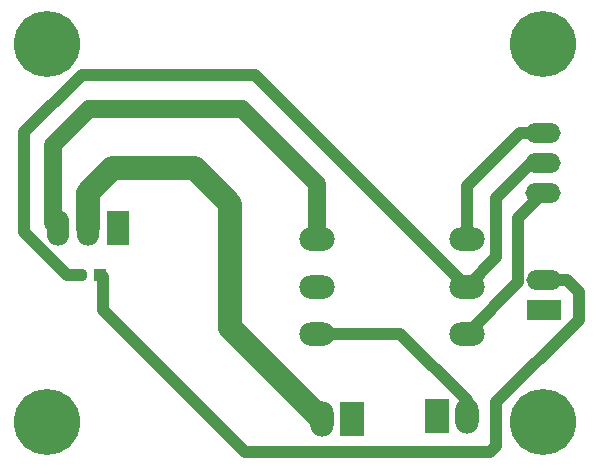
<source format=gbr>
%TF.GenerationSoftware,KiCad,Pcbnew,9.0.3*%
%TF.CreationDate,2026-01-13T18:55:34-07:00*%
%TF.ProjectId,pocket-heat-lab,706f636b-6574-42d6-9865-61742d6c6162,rev?*%
%TF.SameCoordinates,Original*%
%TF.FileFunction,Copper,L2,Bot*%
%TF.FilePolarity,Positive*%
%FSLAX46Y46*%
G04 Gerber Fmt 4.6, Leading zero omitted, Abs format (unit mm)*
G04 Created by KiCad (PCBNEW 9.0.3) date 2026-01-13 18:55:34*
%MOMM*%
%LPD*%
G01*
G04 APERTURE LIST*
%TA.AperFunction,ComponentPad*%
%ADD10O,3.000000X2.000000*%
%TD*%
%TA.AperFunction,ComponentPad*%
%ADD11R,1.117600X1.117600*%
%TD*%
%TA.AperFunction,ComponentPad*%
%ADD12C,1.117600*%
%TD*%
%TA.AperFunction,ComponentPad*%
%ADD13C,3.600000*%
%TD*%
%TA.AperFunction,ConnectorPad*%
%ADD14C,5.600000*%
%TD*%
%TA.AperFunction,ComponentPad*%
%ADD15O,3.000000X1.700000*%
%TD*%
%TA.AperFunction,ComponentPad*%
%ADD16R,2.000000X3.000000*%
%TD*%
%TA.AperFunction,ComponentPad*%
%ADD17O,2.000000X3.000000*%
%TD*%
%TA.AperFunction,ComponentPad*%
%ADD18R,3.000000X1.700000*%
%TD*%
%TA.AperFunction,ComponentPad*%
%ADD19O,1.905000X3.000000*%
%TD*%
%TA.AperFunction,ComponentPad*%
%ADD20R,1.905000X3.000000*%
%TD*%
%TA.AperFunction,Conductor*%
%ADD21C,1.000000*%
%TD*%
%TA.AperFunction,Conductor*%
%ADD22C,2.000000*%
%TD*%
%TA.AperFunction,Conductor*%
%ADD23C,1.500000*%
%TD*%
G04 APERTURE END LIST*
D10*
%TO.P,R2,1*%
%TO.N,Led Indicador*%
X139500000Y-88500000D03*
%TO.P,R2,2*%
%TO.N,Net-(D1-A)*%
X126800000Y-88500000D03*
%TD*%
D11*
%TO.P,R4,1*%
%TO.N,5v Arduino*%
X108500000Y-83500000D03*
D12*
%TO.P,R4,2,2*%
%TO.N,Sensor*%
X106823600Y-83500000D03*
%TD*%
D13*
%TO.P,REF\u002A\u002A,1*%
%TO.N,N/C*%
X104000000Y-64000000D03*
D14*
X104000000Y-64000000D03*
%TD*%
D13*
%TO.P,REF\u002A\u002A,1*%
%TO.N,N/C*%
X104000000Y-96000000D03*
D14*
X104000000Y-96000000D03*
%TD*%
D13*
%TO.P,REF\u002A\u002A,1*%
%TO.N,N/C*%
X146000000Y-96000000D03*
D14*
X146000000Y-96000000D03*
%TD*%
D10*
%TO.P,R1,1*%
%TO.N,PWM Calentador*%
X139500000Y-80500000D03*
%TO.P,R1,2*%
%TO.N,Net-(Q1-B)*%
X126800000Y-80500000D03*
%TD*%
D15*
%TO.P,J1,1,Pin_1*%
%TO.N,PWM Calentador*%
X146000000Y-71500000D03*
%TO.P,J1,2,Pin_2*%
%TO.N,Sensor*%
X146000000Y-74040000D03*
%TO.P,J1,3,Pin_3*%
%TO.N,Led Indicador*%
X146000000Y-76580000D03*
%TD*%
D16*
%TO.P,D1,1,K*%
%TO.N,GND*%
X136960000Y-95500000D03*
D17*
%TO.P,D1,2,A*%
%TO.N,Net-(D1-A)*%
X139500000Y-95500000D03*
%TD*%
D15*
%TO.P,J2,1,Pin_1*%
%TO.N,5v Arduino*%
X146050000Y-83960000D03*
D18*
%TO.P,J2,2,Pin_2*%
%TO.N,GND*%
X146050000Y-86500000D03*
%TD*%
D19*
%TO.P,Q1,1,B*%
%TO.N,Net-(Q1-B)*%
X104920000Y-79500000D03*
%TO.P,Q1,2,C*%
%TO.N,12V Potencia*%
X107460000Y-79500000D03*
D20*
%TO.P,Q1,3,E*%
%TO.N,GND*%
X110000000Y-79500000D03*
%TD*%
D10*
%TO.P,R3,1*%
%TO.N,Sensor*%
X139500000Y-84500000D03*
%TO.P,R3,2*%
%TO.N,GND*%
X126800000Y-84500000D03*
%TD*%
D17*
%TO.P,J3,1,Pin_1*%
%TO.N,12V Potencia*%
X127225000Y-95717500D03*
D16*
%TO.P,J3,2,Pin_2*%
%TO.N,GND*%
X129765000Y-95717500D03*
%TD*%
D13*
%TO.P,REF\u002A\u002A,1*%
%TO.N,N/C*%
X146000000Y-64000000D03*
D14*
X146000000Y-64000000D03*
%TD*%
D21*
%TO.N,Net-(D1-A)*%
X139500000Y-94138000D02*
X139500000Y-95500000D01*
X126800000Y-88500000D02*
X133862000Y-88500000D01*
X133862000Y-88500000D02*
X139500000Y-94138000D01*
%TO.N,PWM Calentador*%
X144000000Y-71500000D02*
X146000000Y-71500000D01*
X139500000Y-76000000D02*
X144000000Y-71500000D01*
X139500000Y-80500000D02*
X139500000Y-76000000D01*
%TO.N,Sensor*%
X102049000Y-71398976D02*
X106898976Y-66549000D01*
X105690000Y-83500000D02*
X102049000Y-79859000D01*
X106823600Y-83500000D02*
X105690000Y-83500000D01*
X142000000Y-77000000D02*
X144960000Y-74040000D01*
X121549000Y-66549000D02*
X139500000Y-84500000D01*
X142000000Y-82000000D02*
X142000000Y-77000000D01*
X144960000Y-74040000D02*
X146000000Y-74040000D01*
X106898976Y-66549000D02*
X121549000Y-66549000D01*
X139500000Y-84500000D02*
X142000000Y-82000000D01*
X102049000Y-79859000D02*
X102049000Y-71398976D01*
%TO.N,Led Indicador*%
X146000000Y-76580000D02*
X143849000Y-78731000D01*
X143849000Y-78731000D02*
X143849000Y-84151000D01*
X143849000Y-84151000D02*
X139500000Y-88500000D01*
%TO.N,5v Arduino*%
X141500000Y-98500000D02*
X120740000Y-98500000D01*
X147960000Y-83960000D02*
X149000000Y-85000000D01*
X108730000Y-83730000D02*
X108500000Y-83500000D01*
X142000000Y-98000000D02*
X141500000Y-98500000D01*
X142000000Y-94302000D02*
X142000000Y-98000000D01*
X149000000Y-87302000D02*
X142000000Y-94302000D01*
X149000000Y-85000000D02*
X149000000Y-87302000D01*
X146050000Y-83960000D02*
X147960000Y-83960000D01*
X108730000Y-86490000D02*
X108730000Y-83730000D01*
X120740000Y-98500000D02*
X108730000Y-86490000D01*
D22*
%TO.N,12V Potencia*%
X119500000Y-87992500D02*
X119500000Y-77500000D01*
X119500000Y-77500000D02*
X116500000Y-74500000D01*
X107460000Y-76540000D02*
X107460000Y-79500000D01*
X127225000Y-95717500D02*
X119500000Y-87992500D01*
X116500000Y-74500000D02*
X109500000Y-74500000D01*
X109500000Y-74500000D02*
X107460000Y-76540000D01*
D23*
%TO.N,Net-(Q1-B)*%
X104500000Y-72500000D02*
X104500000Y-79080000D01*
X126800000Y-80500000D02*
X126800000Y-75800000D01*
X107500000Y-69500000D02*
X104500000Y-72500000D01*
X120500000Y-69500000D02*
X107500000Y-69500000D01*
X104500000Y-79080000D02*
X104920000Y-79500000D01*
X126800000Y-75800000D02*
X120500000Y-69500000D01*
%TD*%
M02*

</source>
